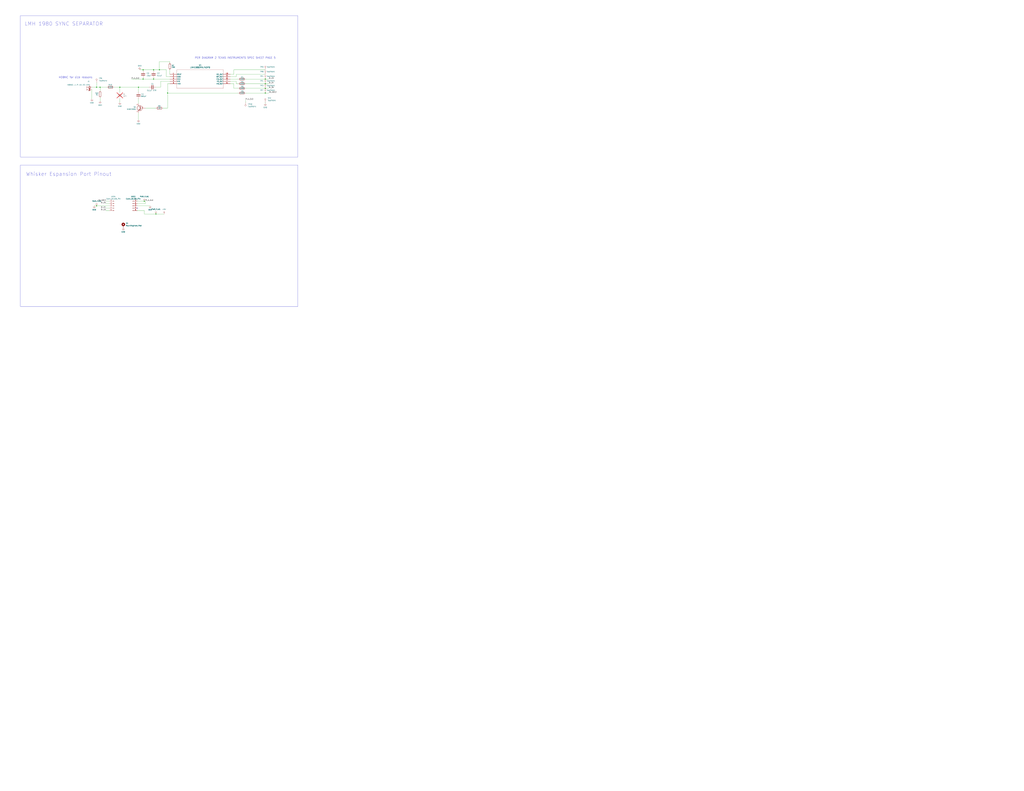
<source format=kicad_sch>
(kicad_sch (version 20231120) (generator "eeschema") (generator_version "8.0")
  (paper "E")
  (lib_symbols
    (symbol "+5V_1" (power) (pin_numbers hide) (pin_names (offset 0) hide)
      (property "Value" "+5V" (at 0 3.556 0))
      (symbol "+5V_1_0_1"
        (polyline (pts (xy -0.762 1.27) (xy 0 2.54)))
        (polyline (pts (xy 0 0) (xy 0 2.54)))
        (polyline (pts (xy 0 2.54) (xy 0.762 1.27)))
      )
      (symbol "+5V_1_1_1"
        (pin power_in line (at 0 0 90) (length 0) (name "~") (number "1"))
      )
    )
    (symbol "2025-08-28_00-46-06:LMH1980MM_NOPB" (pin_names (offset 0.254))
      (property "Reference" "U" (at 33.02 10.16 0))
      (property "Value" "LMH1980MM/NOPB" (at 33.02 7.62 0))
      (symbol "LMH1980MM_NOPB_0_1"
        (polyline (pts (xy 7.62 -15.24) (xy 58.42 -15.24)) (stroke (width 0.127)))
        (polyline (pts (xy 7.62 5.08) (xy 7.62 -15.24)) (stroke (width 0.127)))
        (polyline (pts (xy 58.42 -15.24) (xy 58.42 5.08)) (stroke (width 0.127)))
        (polyline (pts (xy 58.42 5.08) (xy 7.62 5.08)) (stroke (width 0.127)))
        (pin passive line (at 0 0 0) (length 7.62) (name "REXT") (number "1"))
        (pin output line (at 66.04 0 180) (length 7.62) (name "OE_OUT") (number "10"))
        (pin power_in line (at 0 -2.54 0) (length 7.62) (name "GND") (number "2"))
        (pin power_in line (at 0 -5.08 0) (length 7.62) (name "VCC") (number "3"))
        (pin input line (at 0 -7.62 0) (length 7.62) (name "VIN") (number "4"))
        (pin output line (at 0 -10.16 0) (length 7.62) (name "~HD") (number "5"))
        (pin output line (at 66.04 -10.16 180) (length 7.62) (name "HS_OUT") (number "6"))
        (pin output line (at 66.04 -7.62 180) (length 7.62) (name "VS_OUT") (number "7"))
        (pin output line (at 66.04 -5.08 180) (length 7.62) (name "CS_OUT") (number "8"))
        (pin output line (at 66.04 -2.54 180) (length 7.62) (name "BP_OUT") (number "9"))
      )
    )
    (symbol "Connector:Conn_01x05_Pin" (pin_names (offset 1.016) hide)
      (property "Reference" "J" (at 0 7.62 0))
      (property "Value" "Conn_01x05_Pin" (at 0 -7.62 0))
      (symbol "Conn_01x05_Pin_1_1"
        (polyline (pts (xy 1.27 -5.08) (xy 0.8636 -5.08)) (stroke (width 0.1524)))
        (polyline (pts (xy 1.27 -2.54) (xy 0.8636 -2.54)) (stroke (width 0.1524)))
        (polyline (pts (xy 1.27 0) (xy 0.8636 0)) (stroke (width 0.1524)))
        (polyline (pts (xy 1.27 2.54) (xy 0.8636 2.54)) (stroke (width 0.1524)))
        (polyline (pts (xy 1.27 5.08) (xy 0.8636 5.08)) (stroke (width 0.1524)))
        (rectangle (start 0.8636 -4.953) (end 0 -5.207) (stroke (width 0.1524)) (fill (type outline)))
        (rectangle (start 0.8636 -2.413) (end 0 -2.667) (stroke (width 0.1524)) (fill (type outline)))
        (rectangle (start 0.8636 0.127) (end 0 -0.127) (stroke (width 0.1524)) (fill (type outline)))
        (rectangle (start 0.8636 2.667) (end 0 2.413) (stroke (width 0.1524)) (fill (type outline)))
        (rectangle (start 0.8636 5.207) (end 0 4.953) (stroke (width 0.1524)) (fill (type outline)))
        (pin passive line (at 5.08 5.08 180) (length 3.81) (name "Pin_1") (number "1"))
        (pin passive line (at 5.08 2.54 180) (length 3.81) (name "Pin_2") (number "2"))
        (pin passive line (at 5.08 0 180) (length 3.81) (name "Pin_3") (number "3"))
        (pin passive line (at 5.08 -2.54 180) (length 3.81) (name "Pin_4") (number "4"))
        (pin passive line (at 5.08 -5.08 180) (length 3.81) (name "Pin_5") (number "5"))
      )
    )
    (symbol "Connector:TestPoint" (pin_numbers hide) (pin_names (offset 0.762) hide)
      (property "Reference" "TP" (at 0 6.858 0))
      (property "Value" "TestPoint" (at 0 5.08 0))
      (symbol "TestPoint_0_1"
        (circle (center 0 3.302) (radius 0.762))
      )
      (symbol "TestPoint_1_1"
        (pin passive line (at 0 0 90) (length 2.54) (name "1") (number "1"))
      )
    )
    (symbol "Device:C" (pin_numbers hide) (pin_names (offset 0.254))
      (property "Reference" "C" (at 0.635 2.54 0))
      (property "Value" "C" (at 0.635 -2.54 0))
      (symbol "C_0_1"
        (polyline (pts (xy -2.032 -0.762) (xy 2.032 -0.762)) (stroke (width 0.508)))
        (polyline (pts (xy -2.032 0.762) (xy 2.032 0.762)) (stroke (width 0.508)))
      )
      (symbol "C_1_1"
        (pin passive line (at 0 3.81 270) (length 2.794) (name "~") (number "1"))
        (pin passive line (at 0 -3.81 90) (length 2.794) (name "~") (number "2"))
      )
    )
    (symbol "Device:R" (pin_numbers hide) (pin_names (offset 0))
      (property "Reference" "R" (at 2.032 0 90))
      (property "Value" "R" (at 0 0 90))
      (symbol "R_0_1"
        (rectangle (start -1.016 -2.54) (end 1.016 2.54) (stroke (width 0.254)))
      )
      (symbol "R_1_1"
        (pin passive line (at 0 3.81 270) (length 1.27) (name "~") (number "1"))
        (pin passive line (at 0 -3.81 90) (length 1.27) (name "~") (number "2"))
      )
    )
    (symbol "HDBNC-J-P-XX-ST-EM1:HDBNC-J-P-XX-ST-EM1" (pin_names (offset 1.016))
      (property "Reference" "J" (at -3.81 1.524 0))
      (property "Value" "HDBNC-J-P-XX-ST-EM1" (at -4.064 -6.35 0))
      (symbol "HDBNC-J-P-XX-ST-EM1_0_0"
        (circle (center 0 -2.54) (radius 0.254) (stroke (width 0.254)))
        (polyline (pts (xy -3.302 -3.302) (xy -2.54 -2.54)) (stroke (width 0.254)))
        (polyline (pts (xy -3.302 -1.778) (xy -2.54 -2.54)) (stroke (width 0.254)))
        (polyline (pts (xy -3.302 -0.762) (xy -2.54 0)) (stroke (width 0.254)))
        (polyline (pts (xy -3.302 0.762) (xy -2.54 0)) (stroke (width 0.254)))
        (polyline (pts (xy -1.016 -1.016) (xy 0 -1.016)) (stroke (width 0.254)))
        (polyline (pts (xy -0.762 -3.302) (xy -1.27 -4.064)) (stroke (width 0.254)))
        (polyline (pts (xy 0 -3.302) (xy -0.762 -3.302)) (stroke (width 0.254)))
        (polyline (pts (xy 0 -3.302) (xy -0.508 -4.064)) (stroke (width 0.254)))
        (polyline (pts (xy 0 -3.302) (xy 0.762 -3.302)) (stroke (width 0.254)))
        (polyline (pts (xy 0 -2.54) (xy 0 -3.302)) (stroke (width 0.254)))
        (polyline (pts (xy 0 -1.016) (xy 0 -2.54)) (stroke (width 0.254)))
        (polyline (pts (xy 0 -1.016) (xy 1.016 -1.016)) (stroke (width 0.254)))
        (polyline (pts (xy 0.762 -3.302) (xy 0.254 -4.064)) (stroke (width 0.254)))
        (circle (center 0 0) (radius 1.016) (stroke (width 0.254)))
        (pin passive line (at 2.54 0 180) (length 5.08) (name "~") (number "1"))
        (pin passive line (at 2.54 -2.54 180) (length 5.08) (name "~") (number "S1"))
      )
    )
    (symbol "Mechanical:MountingHole_Pad" (pin_numbers hide) (pin_names (offset 1.016) hide) (exclude_from_sim yes) (in_bom no)
      (property "Reference" "H" (at 0 6.35 0))
      (property "Value" "MountingHole_Pad" (at 0 4.445 0))
      (symbol "MountingHole_Pad_0_1"
        (circle (center 0 1.27) (radius 1.27) (stroke (width 1.27)))
      )
      (symbol "MountingHole_Pad_1_1"
        (pin input line (at 0 -2.54 90) (length 2.54) (name "1") (number "1"))
      )
    )
    (symbol "Transistor_BJT:MMBT3904" (pin_names (offset 0) hide)
      (property "Reference" "Q" (at 5.08 1.905 0))
      (property "Value" "MMBT3904" (at 5.08 0 0))
      (symbol "MMBT3904_0_1"
        (polyline (pts (xy 0.635 0.635) (xy 2.54 2.54)))
        (polyline (pts (xy 0.635 -0.635) (xy 2.54 -2.54) (xy 2.54 -2.54)))
        (polyline (pts (xy 0.635 1.905) (xy 0.635 -1.905) (xy 0.635 -1.905)) (stroke (width 0.508)))
        (polyline (pts (xy 1.27 -1.778) (xy 1.778 -1.27) (xy 2.286 -2.286) (xy 1.27 -1.778) (xy 1.27 -1.778)) (fill (type outline)))
        (circle (center 1.27 0) (radius 2.8194) (stroke (width 0.254)))
      )
      (symbol "MMBT3904_1_1"
        (pin input line (at -5.08 0 0) (length 5.715) (name "B") (number "1"))
        (pin passive line (at 2.54 -5.08 90) (length 2.54) (name "E") (number "2"))
        (pin passive line (at 2.54 5.08 270) (length 2.54) (name "C") (number "3"))
      )
    )
    (symbol "power:GND" (power) (pin_names (offset 0))
      (property "Value" "GND" (at 0 -3.81 0))
      (symbol "GND_0_1"
        (polyline (pts (xy 0 0) (xy 0 -1.27) (xy 1.27 -1.27) (xy 0 -2.54) (xy -1.27 -1.27) (xy 0 -1.27)))
      )
      (symbol "GND_1_1"
        (pin power_in line (at 0 0 270) (length 0) hide (name "GND") (number "1"))
      )
    )
    (symbol "power:PWR_FLAG" (power) (pin_numbers hide) (pin_names (offset 0) hide)
      (property "Value" "PWR_FLAG" (at 0 3.81 0))
      (symbol "PWR_FLAG_0_0"
        (pin power_out line (at 0 0 90) (length 0) (name "~") (number "1"))
      )
      (symbol "PWR_FLAG_0_1"
        (polyline (pts (xy 0 0) (xy 0 1.27) (xy -1.016 1.905) (xy 0 2.54) (xy 1.016 1.905) (xy 0 1.27)))
      )
    )
  )
  (junction (at 170.18 233.68))
  (junction (at 182.88 101.6))
  (junction (at 130.81 95.25))
  (junction (at 173.99 76.2))
  (junction (at 109.22 95.25))
  (junction (at 289.56 96.52))
  (junction (at 157.48 219.71))
  (junction (at 289.56 91.44))
  (junction (at 289.56 101.6))
  (junction (at 167.64 76.2))
  (junction (at 167.64 86.36))
  (junction (at 156.21 86.36))
  (junction (at 105.41 224.79))
  (junction (at 105.41 95.25))
  (junction (at 151.13 95.25))
  (junction (at 156.21 76.2))
  (junction (at 289.56 86.36))
  (no_connect (at 149.86 227.33))
  (wire (pts (xy 130.81 111.76) (xy 130.81 107.95)))
  (wire (pts (xy 156.21 76.2) (xy 156.21 77.47)))
  (wire (pts (xy 157.48 219.71) (xy 149.86 219.71)))
  (wire (pts (xy 267.97 91.44) (xy 289.56 91.44)))
  (wire (pts (xy 257.81 81.28) (xy 289.56 81.28)))
  (wire (pts (xy 157.48 229.87) (xy 149.86 229.87)))
  (wire (pts (xy 251.46 88.9) (xy 257.81 88.9)))
  (wire (pts (xy 157.48 229.87) (xy 157.48 233.68)))
  (wire (pts (xy 167.64 85.09) (xy 167.64 86.36)))
  (wire (pts (xy 158.75 219.71) (xy 158.75 222.25)))
  (wire (pts (xy 173.99 67.31) (xy 173.99 76.2)))
  (wire (pts (xy 158.75 118.11) (xy 170.18 118.11)))
  (wire (pts (xy 293.37 96.52) (xy 289.56 96.52)))
  (wire (pts (xy 182.88 91.44) (xy 182.88 101.6)))
  (wire (pts (xy 158.75 222.25) (xy 149.86 222.25)))
  (wire (pts (xy 156.21 76.2) (xy 152.4 76.2)))
  (wire (pts (xy 170.18 233.68) (xy 179.07 233.68)))
  (wire (pts (xy 181.61 83.82) (xy 181.61 76.2)))
  (wire (pts (xy 185.42 83.82) (xy 181.61 83.82)))
  (wire (pts (xy 251.46 83.82) (xy 257.81 83.82)))
  (wire (pts (xy 182.88 101.6) (xy 260.35 101.6)))
  (wire (pts (xy 130.81 95.25) (xy 151.13 95.25)))
  (wire (pts (xy 255.27 91.44) (xy 255.27 96.52)))
  (wire (pts (xy 124.46 95.25) (xy 130.81 95.25)))
  (wire (pts (xy 115.57 222.25) (xy 119.38 222.25)))
  (wire (pts (xy 105.41 224.79) (xy 119.38 224.79)))
  (wire (pts (xy 257.81 88.9) (xy 257.81 91.44)))
  (wire (pts (xy 293.37 101.6) (xy 289.56 101.6)))
  (wire (pts (xy 151.13 95.25) (xy 162.56 95.25)))
  (wire (pts (xy 255.27 81.28) (xy 255.27 76.2)))
  (wire (pts (xy 173.99 76.2) (xy 167.64 76.2)))
  (wire (pts (xy 100.33 107.95) (xy 100.33 97.79)))
  (wire (pts (xy 257.81 91.44) (xy 260.35 91.44)))
  (wire (pts (xy 267.97 86.36) (xy 289.56 86.36)))
  (wire (pts (xy 185.42 76.2) (xy 185.42 81.28)))
  (wire (pts (xy 151.13 123.19) (xy 151.13 130.81)))
  (wire (pts (xy 267.97 101.6) (xy 289.56 101.6)))
  (wire (pts (xy 105.41 90.17) (xy 105.41 95.25)))
  (wire (pts (xy 185.42 86.36) (xy 167.64 86.36)))
  (wire (pts (xy 267.97 96.52) (xy 289.56 96.52)))
  (wire (pts (xy 163.83 224.79) (xy 149.86 224.79)))
  (wire (pts (xy 130.81 95.25) (xy 130.81 100.33)))
  (wire (pts (xy 170.18 233.68) (xy 157.48 233.68)))
  (wire (pts (xy 158.75 219.71) (xy 157.48 219.71)))
  (wire (pts (xy 175.26 95.25) (xy 175.26 88.9)))
  (wire (pts (xy 167.64 86.36) (xy 156.21 86.36)))
  (wire (pts (xy 156.21 86.36) (xy 143.51 86.36)))
  (wire (pts (xy 102.87 224.79) (xy 105.41 224.79)))
  (wire (pts (xy 115.57 219.71) (xy 119.38 219.71)))
  (wire (pts (xy 105.41 95.25) (xy 109.22 95.25)))
  (wire (pts (xy 181.61 76.2) (xy 173.99 76.2)))
  (wire (pts (xy 167.64 76.2) (xy 167.64 77.47)))
  (wire (pts (xy 182.88 118.11) (xy 182.88 101.6)))
  (wire (pts (xy 151.13 107.95) (xy 151.13 113.03)))
  (wire (pts (xy 151.13 95.25) (xy 151.13 100.33)))
  (wire (pts (xy 267.97 111.76) (xy 267.97 109.22)))
  (wire (pts (xy 251.46 81.28) (xy 255.27 81.28)))
  (wire (pts (xy 109.22 110.49) (xy 109.22 106.68)))
  (wire (pts (xy 255.27 96.52) (xy 260.35 96.52)))
  (wire (pts (xy 156.21 85.09) (xy 156.21 86.36)))
  (wire (pts (xy 185.42 67.31) (xy 173.99 67.31)))
  (wire (pts (xy 182.88 91.44) (xy 185.42 91.44)))
  (wire (pts (xy 255.27 76.2) (xy 289.56 76.2)))
  (wire (pts (xy 251.46 86.36) (xy 260.35 86.36)))
  (wire (pts (xy 109.22 95.25) (xy 116.84 95.25)))
  (wire (pts (xy 175.26 88.9) (xy 185.42 88.9)))
  (wire (pts (xy 289.56 113.03) (xy 289.56 111.76)))
  (wire (pts (xy 177.8 118.11) (xy 182.88 118.11)))
  (wire (pts (xy 109.22 95.25) (xy 109.22 99.06)))
  (wire (pts (xy 115.57 227.33) (xy 119.38 227.33)))
  (wire (pts (xy 170.18 95.25) (xy 175.26 95.25)))
  (wire (pts (xy 257.81 83.82) (xy 257.81 81.28)))
  (wire (pts (xy 167.64 76.2) (xy 156.21 76.2)))
  (wire (pts (xy 251.46 91.44) (xy 255.27 91.44)))
  (wire (pts (xy 115.57 229.87) (xy 119.38 229.87)))
  (wire (pts (xy 100.33 95.25) (xy 105.41 95.25)))
  (wire (pts (xy 185.42 67.31) (xy 185.42 68.58)))
  (wire (pts (xy 293.37 91.44) (xy 289.56 91.44)))
  (wire (pts (xy 293.37 86.36) (xy 289.56 86.36)))
  (rectangle (start 22.225 180.34) (end 325.12 334.645))
  (rectangle (start 22.225 17.145) (end 325.12 171.45))
  (text "HDBNC for size reasons" (at 82.55 84.582 0) (effects (font (size 2 2))))
  (text "PER DIAGRAM 2 TEXAS INSTRUMENTS SPEC SHEET PAGE 5" (at 256.794 63.246 0) (effects (font (size 2 2))))
  (text "LMH 1980 SYNC SEPARATOR" (at 69.596 26.162 0) (effects (font (size 4 4))))
  (text "Whisker Espansion Port Pinout" (at 74.93 190.246 0) (effects (font (size 4 4))))
  (label "DI_24" (at 293.37 91.44 0))
  (label "AN_ADC2" (at 115.57 219.71 180))
  (label "DI_23" (at 293.37 86.36 0))
  (label "PI_A_3v3" (at 267.97 109.22 0))
  (label "DI_25" (at 293.37 96.52 0))
  (label "DI_23" (at 115.57 229.87 180))
  (label "DI_25" (at 115.57 222.25 180))
  (label "AN_ADC2" (at 293.37 101.6 0))
  (label "DI_24" (at 115.57 227.33 180))
  (label "PI_A_3v3" (at 143.51 86.36 0))
  (label "PI_A_3v3" (at 158.75 219.71 0))
  (symbol (lib_id "power:GND") (at 109.22 110.49 0) (unit 1)
    (property "Reference" "#PWR02" (effects (hide yes)))
    (property "Value" "GND" (at 109.22 114.8144 0))
  )
  (symbol (lib_id "Device:R") (at 264.16 86.36 90) (unit 1)
    (property "Reference" "R4" (at 264.414 84.328 90))
    (property "Value" "100R" (at 264.16 86.36 90))
    (property "Footprint" "Resistor_SMD:R_0603_1608Metric" (effects (hide yes)))
    (property "Availability" "PROTO-ONLY" (effects (hide yes)))
  )
  (symbol (lib_id "Mechanical:MountingHole_Pad") (at 134.62 246.38 0) (unit 1) (exclude_from_sim yes) (in_bom no)
    (property "Reference" "H1" (at 137.16 243.8399 0) (effects (justify left)))
    (property "Value" "MountingHole_Pad" (at 137.16 246.3799 0) (effects (justify left)))
    (property "Footprint" "MountingHole:MountingHole_2.7mm_M2.5_DIN965_Pad" (effects (hide yes)))
    (property "Description" "Mounting Hole with connection" (effects (hide yes)))
  )
  (symbol (lib_id "2025-08-28_00-46-06:LMH1980MM_NOPB") (at 185.42 81.28 0) (unit 1)
    (property "Reference" "U1" (at 218.44 71.12 0) (effects (font (size 1.524 1.524))))
    (property "Value" "LMH1980MM/NOPB" (at 218.44 73.66 0) (effects (font (size 1.524 1.524))))
    (property "Footprint" "LMH1980MM_NOPB:MUB10A" (effects (hide yes)))
    (property "Datasheet" "https://www.ti.com/lit/gpn/lmh1980" (effects (hide yes)))
  )
  (symbol (lib_id "HDBNC-J-P-XX-ST-EM1:HDBNC-J-P-XX-ST-EM1") (at 97.79 95.25 0) (unit 1)
    (property "Reference" "J1" (at 96.647 88.9 0))
    (property "Value" "HDBNC-J-P-XX-ST-EM1" (at 85.852 92.71 0))
    (property "Footprint" "HDBNC-J-P-GN-ST-EM1:SAMTEC_HDBNC-J-P-XX-ST-EM1" (effects (hide yes)))
    (property "PARTREV" "D" (effects (hide yes)))
    (property "STANDARD" "Manufacturer recommendations" (effects (hide yes)))
    (property "MAXIMUM_PACKAGE_HEIGHT" "7.5 mm" (effects (hide yes)))
    (property "MANUFACTURER" "Samtec" (effects (hide yes)))
  )
  (symbol (lib_id "Connector:Conn_01x05_Pin") (at 124.46 224.79 0) (mirror y) (unit 1)
    (property "Reference" "WIS4" (at 123.825 214.63 0))
    (property "Value" "Conn_01x05_Pin" (at 123.825 217.17 0))
    (property "Footprint" "Connector_PinHeader_2.54mm:PinHeader_1x05_P2.54mm_Vertical" (effects (hide yes)))
    (property "Description" "Generic connector, single row, 01x05, script generated" (effects (hide yes)))
  )
  (symbol (lib_id "Connector:TestPoint") (at 289.56 101.6 0) (mirror y) (unit 1)
    (property "Reference" "TP7" (at 287.528 98.552 0) (effects (justify left)))
    (property "Value" "TestPoint" (at 299.974 98.552 0) (effects (justify left)))
    (property "Footprint" "TestPoint:TestPoint_Pad_1.5x1.5mm" (effects (hide yes)))
    (property "Description" "test point" (effects (hide yes)))
  )
  (symbol (lib_id "power:GND") (at 102.87 224.79 0) (unit 1)
    (property "Reference" "#PWR05" (effects (hide yes)))
    (property "Value" "GND" (at 102.87 229.1144 0))
  )
  (symbol (lib_id "power:GND") (at 151.13 130.81 0) (unit 1)
    (property "Reference" "#PWR08" (effects (hide yes)))
    (property "Value" "GND" (at 151.13 135.1344 0))
  )
  (symbol (lib_id "power:GND") (at 152.4 76.2 180) (unit 1)
    (property "Reference" "#PWR03" (effects (hide yes)))
    (property "Value" "GND" (at 152.4 71.8756 0))
  )
  (symbol (lib_id "power:PWR_FLAG") (at 105.41 224.79 0) (unit 1)
    (property "Reference" "#FLG03" (effects (hide yes)))
    (property "Value" "PWR_FLAG" (at 105.41 219.71 0))
    (property "Description" "Special symbol for telling ERC where power comes from" (effects (hide yes)))
  )
  (symbol (lib_id "power:PWR_FLAG") (at 170.18 233.68 0) (unit 1)
    (property "Reference" "#FLG02" (effects (hide yes)))
    (property "Value" "PWR_FLAG" (at 170.18 228.6 0))
    (property "Description" "Special symbol for telling ERC where power comes from" (effects (hide yes)))
  )
  (symbol (lib_id "Connector:TestPoint") (at 267.97 111.76 180) (unit 1)
    (property "Reference" "TP10" (at 270.51 113.7919 0) (effects (justify right)))
    (property "Value" "TestPoint" (at 270.51 116.3319 0) (effects (justify right)))
    (property "Footprint" "TestPoint:TestPoint_Pad_1.5x1.5mm" (effects (hide yes)))
    (property "Description" "test point" (effects (hide yes)))
  )
  (symbol (lib_id "power:GND") (at 130.81 111.76 0) (unit 1)
    (property "Reference" "#PWR04" (effects (hide yes)))
    (property "Value" "GND" (at 130.81 116.0844 0))
  )
  (symbol (lib_id "power:GND") (at 100.33 107.95 0) (unit 1)
    (property "Reference" "#PWR01" (effects (hide yes)))
    (property "Value" "GND" (at 100.33 112.2744 0))
  )
  (symbol (lib_id "Connector:TestPoint") (at 289.56 86.36 0) (mirror y) (unit 1)
    (property "Reference" "TP4" (at 287.528 83.312 0) (effects (justify left)))
    (property "Value" "TestPoint" (at 299.974 83.312 0) (effects (justify left)))
    (property "Footprint" "TestPoint:TestPoint_Pad_1.5x1.5mm" (effects (hide yes)))
    (property "Description" "test point" (effects (hide yes)))
  )
  (symbol (lib_id "Connector:Conn_01x05_Pin") (at 144.78 224.79 0) (unit 1)
    (property "Reference" "WIS3" (at 145.415 214.63 0))
    (property "Value" "Conn_01x05_Pin" (at 145.415 217.17 0))
    (property "Footprint" "Connector_PinHeader_2.54mm:PinHeader_1x05_P2.54mm_Vertical" (effects (hide yes)))
    (property "Description" "Generic connector, single row, 01x05, script generated" (effects (hide yes)))
  )
  (symbol (lib_id "Connector:TestPoint") (at 289.56 76.2 0) (mirror y) (unit 1)
    (property "Reference" "TP9" (at 287.528 73.152 0) (effects (justify left)))
    (property "Value" "TestPoint" (at 299.974 73.152 0) (effects (justify left)))
    (property "Footprint" "TestPoint:TestPoint_Pad_1.5x1.5mm" (effects (hide yes)))
    (property "Description" "test point" (effects (hide yes)))
  )
  (symbol (lib_id "Device:C") (at 167.64 81.28 180) (unit 1)
    (property "Reference" "C2" (at 171.45 80.0099 0) (effects (justify right)))
    (property "Value" "0.1uF" (at 171.45 82.5499 0) (effects (justify right)))
    (property "Footprint" "Capacitor_SMD:C_0603_1608Metric" (effects (hide yes)))
    (property "Availability" "PROTOTYPE" (effects (hide yes)))
  )
  (symbol (lib_id "Device:R") (at 109.22 102.87 0) (unit 1)
    (property "Reference" "R1" (at 105.918 103.632 0))
    (property "Value" "75R" (at 105.41 101.854 0))
    (property "Footprint" "Resistor_SMD:R_0603_1608Metric" (effects (hide yes)))
    (property "Availability" "PROTO-ONLY" (effects (hide yes)))
  )
  (symbol (lib_id "Device:R") (at 264.16 96.52 90) (unit 1)
    (property "Reference" "R6" (at 264.414 94.488 90))
    (property "Value" "100R" (at 264.16 96.52 90))
    (property "Footprint" "Resistor_SMD:R_0603_1608Metric" (effects (hide yes)))
    (property "Availability" "PROTO-ONLY" (effects (hide yes)))
  )
  (symbol (lib_id "power:PWR_FLAG") (at 157.48 219.71 0) (unit 1)
    (property "Reference" "#FLG01" (effects (hide yes)))
    (property "Value" "PWR_FLAG" (at 157.48 214.63 0))
    (property "Description" "Special symbol for telling ERC where power comes from" (effects (hide yes)))
  )
  (symbol (lib_id "power:GND") (at 163.83 224.79 0) (mirror y) (unit 1)
    (property "Reference" "#PWR06" (effects (hide yes)))
    (property "Value" "GND" (at 163.83 229.1144 0))
  )
  (symbol (lib_id "Device:R") (at 264.16 101.6 90) (unit 1)
    (property "Reference" "R9" (at 264.414 99.568 90))
    (property "Value" "100R" (at 264.16 101.6 90))
    (property "Footprint" "Resistor_SMD:R_0603_1608Metric" (effects (hide yes)))
    (property "Availability" "PROTO-ONLY" (effects (hide yes)))
  )
  (symbol (lib_id "Connector:TestPoint") (at 289.56 91.44 0) (mirror y) (unit 1)
    (property "Reference" "TP1" (at 287.528 88.392 0) (effects (justify left)))
    (property "Value" "TestPoint" (at 299.974 88.392 0) (effects (justify left)))
    (property "Footprint" "TestPoint:TestPoint_Pad_1.5x1.5mm" (effects (hide yes)))
    (property "Description" "test point" (effects (hide yes)))
  )
  (symbol (lib_id "Device:C") (at 156.21 81.28 180) (unit 1)
    (property "Reference" "C3" (at 160.02 80.0099 0) (effects (justify right)))
    (property "Value" "10uF" (at 160.02 82.5499 0) (effects (justify right)))
    (property "Footprint" "Capacitor_SMD:C_0603_1608Metric" (effects (hide yes)))
    (property "Availability" "PROTOTYPE" (effects (hide yes)))
  )
  (symbol (lib_id "Device:R") (at 185.42 72.39 180) (unit 1)
    (property "Reference" "R7" (at 188.722 71.628 0))
    (property "Value" "10K" (at 189.23 73.406 0))
    (property "Footprint" "Resistor_SMD:R_0603_1608Metric" (effects (hide yes)))
    (property "Availability" "PROTO-ONLY" (effects (hide yes)))
  )
  (symbol (lib_id "Device:R") (at 173.99 118.11 270) (unit 1)
    (property "Reference" "R8" (at 173.736 115.824 90))
    (property "Value" "10K" (at 173.99 118.11 90))
    (property "Footprint" "Resistor_SMD:R_0603_1608Metric" (effects (hide yes)))
    (property "Availability" "PROTO-ONLY" (effects (hide yes)))
  )
  (symbol (lib_id "Device:C") (at 130.81 104.14 180) (unit 1) (dnp yes)
    (property "Reference" "C5" (at 135.382 102.87 0))
    (property "Value" "OPT" (at 136.398 105.156 0))
    (property "Footprint" "Capacitor_SMD:C_0603_1608Metric" (effects (hide yes)))
    (property "Availability" "PROTOTYPE" (effects (hide yes)))
  )
  (symbol (lib_id "Connector:TestPoint") (at 289.56 96.52 0) (mirror y) (unit 1)
    (property "Reference" "TP3" (at 287.528 93.472 0) (effects (justify left)))
    (property "Value" "TestPoint" (at 299.974 93.472 0) (effects (justify left)))
    (property "Footprint" "TestPoint:TestPoint_Pad_1.5x1.5mm" (effects (hide yes)))
    (property "Description" "test point" (effects (hide yes)))
  )
  (symbol (lib_id "Connector:TestPoint") (at 105.41 90.17 0) (unit 1)
    (property "Reference" "TP5" (at 107.95 85.5979 0) (effects (justify left)))
    (property "Value" "TestPoint" (at 107.95 88.1379 0) (effects (justify left)))
    (property "Footprint" "TestPoint:TestPoint_Pad_1.5x1.5mm" (effects (hide yes)))
    (property "Description" "test point" (effects (hide yes)))
  )
  (symbol (lib_id "Device:R") (at 120.65 95.25 90) (unit 1)
    (property "Reference" "R10" (at 120.396 92.71 90))
    (property "Value" "100R" (at 120.396 95.25 90))
    (property "Footprint" "Resistor_SMD:R_0603_1608Metric" (effects (hide yes)))
    (property "Availability" "PROTO-ONLY" (effects (hide yes)))
  )
  (symbol (lib_name "+5V_1") (lib_id "power:+5V") (at 179.07 233.68 0) (unit 1)
    (property "Reference" "#PWR07" (effects (hide yes)))
    (property "Value" "+5V" (at 179.07 228.6 0))
    (property "Description" "Power symbol creates a global label with name \"+5V\"" (effects (hide yes)))
  )
  (symbol (lib_id "Transistor_BJT:MMBT3904") (at 153.67 118.11 0) (mirror y) (unit 1)
    (property "Reference" "Q1" (at 148.59 116.8399 0) (effects (justify left)))
    (property "Value" "MMBT3904" (at 148.59 119.3799 0) (effects (justify left)))
    (property "Footprint" "Package_TO_SOT_SMD:SOT-23" (effects (hide yes)))
    (property "Datasheet" "https://www.onsemi.com/pdf/datasheet/pzt3904-d.pdf" (effects (hide yes)))
    (property "Description" "0.2A Ic, 40V Vce, Small Signal NPN Transistor, SOT-23" (effects (hide yes)))
  )
  (symbol (lib_id "Device:C") (at 151.13 104.14 180) (unit 1)
    (property "Reference" "C4" (at 155.702 102.87 0))
    (property "Value" "560pF" (at 156.718 105.156 0))
    (property "Footprint" "Capacitor_SMD:C_0603_1608Metric" (effects (hide yes)))
    (property "Availability" "PROTOTYPE" (effects (hide yes)))
  )
  (symbol (lib_id "power:GND") (at 289.56 113.03 0) (unit 1)
    (property "Reference" "#PWR014" (effects (hide yes)))
    (property "Value" "GND" (at 289.56 117.3544 0))
  )
  (symbol (lib_id "Connector:TestPoint") (at 289.56 111.76 0) (unit 1)
    (property "Reference" "TP2" (at 292.1 107.1879 0) (effects (justify left)))
    (property "Value" "TestPoint" (at 292.1 109.7279 0) (effects (justify left)))
    (property "Footprint" "TestPoint:TestPoint_Pad_1.5x1.5mm" (effects (hide yes)))
    (property "Description" "test point" (effects (hide yes)))
  )
  (symbol (lib_id "Device:R") (at 264.16 91.44 90) (unit 1)
    (property "Reference" "R5" (at 264.414 89.408 90))
    (property "Value" "100R" (at 264.16 91.44 90))
    (property "Footprint" "Resistor_SMD:R_0603_1608Metric" (effects (hide yes)))
    (property "Availability" "PROTO-ONLY" (effects (hide yes)))
  )
  (symbol (lib_id "Connector:TestPoint") (at 289.56 81.28 0) (mirror y) (unit 1)
    (property "Reference" "TP8" (at 287.528 78.232 0) (effects (justify left)))
    (property "Value" "TestPoint" (at 299.974 78.232 0) (effects (justify left)))
    (property "Footprint" "TestPoint:TestPoint_Pad_1.5x1.5mm" (effects (hide yes)))
    (property "Description" "test point" (effects (hide yes)))
  )
  (symbol (lib_id "Device:C") (at 166.37 95.25 90) (unit 1)
    (property "Reference" "C1" (at 166.37 91.694 90))
    (property "Value" "0.1uF X7R" (at 165.608 98.806 90))
    (property "Footprint" "Capacitor_SMD:C_0603_1608Metric" (effects (hide yes)))
    (property "Availability" "PROTOTYPE" (effects (hide yes)))
  )
  (symbol (lib_id "power:GND") (at 134.62 248.92 0) (unit 1)
    (property "Reference" "#PWR012" (effects (hide yes)))
    (property "Value" "GND" (at 134.62 253.2444 0))
  )
)
</source>
